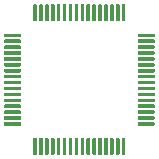
<source format=gbr>
%TF.GenerationSoftware,KiCad,Pcbnew,(5.1.10)-1*%
%TF.CreationDate,2021-12-30T15:20:08-05:00*%
%TF.ProjectId,LPCMangler,4c50434d-616e-4676-9c65-722e6b696361,rev?*%
%TF.SameCoordinates,Original*%
%TF.FileFunction,Paste,Bot*%
%TF.FilePolarity,Positive*%
%FSLAX46Y46*%
G04 Gerber Fmt 4.6, Leading zero omitted, Abs format (unit mm)*
G04 Created by KiCad (PCBNEW (5.1.10)-1) date 2021-12-30 15:20:08*
%MOMM*%
%LPD*%
G01*
G04 APERTURE LIST*
G04 APERTURE END LIST*
%TO.C,U3*%
G36*
G01*
X161900000Y-83910000D02*
X160575000Y-83910000D01*
G75*
G02*
X160500000Y-83835000I0J75000D01*
G01*
X160500000Y-83685000D01*
G75*
G02*
X160575000Y-83610000I75000J0D01*
G01*
X161900000Y-83610000D01*
G75*
G02*
X161975000Y-83685000I0J-75000D01*
G01*
X161975000Y-83835000D01*
G75*
G02*
X161900000Y-83910000I-75000J0D01*
G01*
G37*
G36*
G01*
X161900000Y-83410000D02*
X160575000Y-83410000D01*
G75*
G02*
X160500000Y-83335000I0J75000D01*
G01*
X160500000Y-83185000D01*
G75*
G02*
X160575000Y-83110000I75000J0D01*
G01*
X161900000Y-83110000D01*
G75*
G02*
X161975000Y-83185000I0J-75000D01*
G01*
X161975000Y-83335000D01*
G75*
G02*
X161900000Y-83410000I-75000J0D01*
G01*
G37*
G36*
G01*
X161900000Y-82910000D02*
X160575000Y-82910000D01*
G75*
G02*
X160500000Y-82835000I0J75000D01*
G01*
X160500000Y-82685000D01*
G75*
G02*
X160575000Y-82610000I75000J0D01*
G01*
X161900000Y-82610000D01*
G75*
G02*
X161975000Y-82685000I0J-75000D01*
G01*
X161975000Y-82835000D01*
G75*
G02*
X161900000Y-82910000I-75000J0D01*
G01*
G37*
G36*
G01*
X161900000Y-82410000D02*
X160575000Y-82410000D01*
G75*
G02*
X160500000Y-82335000I0J75000D01*
G01*
X160500000Y-82185000D01*
G75*
G02*
X160575000Y-82110000I75000J0D01*
G01*
X161900000Y-82110000D01*
G75*
G02*
X161975000Y-82185000I0J-75000D01*
G01*
X161975000Y-82335000D01*
G75*
G02*
X161900000Y-82410000I-75000J0D01*
G01*
G37*
G36*
G01*
X161900000Y-81910000D02*
X160575000Y-81910000D01*
G75*
G02*
X160500000Y-81835000I0J75000D01*
G01*
X160500000Y-81685000D01*
G75*
G02*
X160575000Y-81610000I75000J0D01*
G01*
X161900000Y-81610000D01*
G75*
G02*
X161975000Y-81685000I0J-75000D01*
G01*
X161975000Y-81835000D01*
G75*
G02*
X161900000Y-81910000I-75000J0D01*
G01*
G37*
G36*
G01*
X161900000Y-81410000D02*
X160575000Y-81410000D01*
G75*
G02*
X160500000Y-81335000I0J75000D01*
G01*
X160500000Y-81185000D01*
G75*
G02*
X160575000Y-81110000I75000J0D01*
G01*
X161900000Y-81110000D01*
G75*
G02*
X161975000Y-81185000I0J-75000D01*
G01*
X161975000Y-81335000D01*
G75*
G02*
X161900000Y-81410000I-75000J0D01*
G01*
G37*
G36*
G01*
X161900000Y-80910000D02*
X160575000Y-80910000D01*
G75*
G02*
X160500000Y-80835000I0J75000D01*
G01*
X160500000Y-80685000D01*
G75*
G02*
X160575000Y-80610000I75000J0D01*
G01*
X161900000Y-80610000D01*
G75*
G02*
X161975000Y-80685000I0J-75000D01*
G01*
X161975000Y-80835000D01*
G75*
G02*
X161900000Y-80910000I-75000J0D01*
G01*
G37*
G36*
G01*
X161900000Y-80410000D02*
X160575000Y-80410000D01*
G75*
G02*
X160500000Y-80335000I0J75000D01*
G01*
X160500000Y-80185000D01*
G75*
G02*
X160575000Y-80110000I75000J0D01*
G01*
X161900000Y-80110000D01*
G75*
G02*
X161975000Y-80185000I0J-75000D01*
G01*
X161975000Y-80335000D01*
G75*
G02*
X161900000Y-80410000I-75000J0D01*
G01*
G37*
G36*
G01*
X161900000Y-79910000D02*
X160575000Y-79910000D01*
G75*
G02*
X160500000Y-79835000I0J75000D01*
G01*
X160500000Y-79685000D01*
G75*
G02*
X160575000Y-79610000I75000J0D01*
G01*
X161900000Y-79610000D01*
G75*
G02*
X161975000Y-79685000I0J-75000D01*
G01*
X161975000Y-79835000D01*
G75*
G02*
X161900000Y-79910000I-75000J0D01*
G01*
G37*
G36*
G01*
X161900000Y-79410000D02*
X160575000Y-79410000D01*
G75*
G02*
X160500000Y-79335000I0J75000D01*
G01*
X160500000Y-79185000D01*
G75*
G02*
X160575000Y-79110000I75000J0D01*
G01*
X161900000Y-79110000D01*
G75*
G02*
X161975000Y-79185000I0J-75000D01*
G01*
X161975000Y-79335000D01*
G75*
G02*
X161900000Y-79410000I-75000J0D01*
G01*
G37*
G36*
G01*
X161900000Y-78910000D02*
X160575000Y-78910000D01*
G75*
G02*
X160500000Y-78835000I0J75000D01*
G01*
X160500000Y-78685000D01*
G75*
G02*
X160575000Y-78610000I75000J0D01*
G01*
X161900000Y-78610000D01*
G75*
G02*
X161975000Y-78685000I0J-75000D01*
G01*
X161975000Y-78835000D01*
G75*
G02*
X161900000Y-78910000I-75000J0D01*
G01*
G37*
G36*
G01*
X161900000Y-78410000D02*
X160575000Y-78410000D01*
G75*
G02*
X160500000Y-78335000I0J75000D01*
G01*
X160500000Y-78185000D01*
G75*
G02*
X160575000Y-78110000I75000J0D01*
G01*
X161900000Y-78110000D01*
G75*
G02*
X161975000Y-78185000I0J-75000D01*
G01*
X161975000Y-78335000D01*
G75*
G02*
X161900000Y-78410000I-75000J0D01*
G01*
G37*
G36*
G01*
X161900000Y-77910000D02*
X160575000Y-77910000D01*
G75*
G02*
X160500000Y-77835000I0J75000D01*
G01*
X160500000Y-77685000D01*
G75*
G02*
X160575000Y-77610000I75000J0D01*
G01*
X161900000Y-77610000D01*
G75*
G02*
X161975000Y-77685000I0J-75000D01*
G01*
X161975000Y-77835000D01*
G75*
G02*
X161900000Y-77910000I-75000J0D01*
G01*
G37*
G36*
G01*
X161900000Y-77410000D02*
X160575000Y-77410000D01*
G75*
G02*
X160500000Y-77335000I0J75000D01*
G01*
X160500000Y-77185000D01*
G75*
G02*
X160575000Y-77110000I75000J0D01*
G01*
X161900000Y-77110000D01*
G75*
G02*
X161975000Y-77185000I0J-75000D01*
G01*
X161975000Y-77335000D01*
G75*
G02*
X161900000Y-77410000I-75000J0D01*
G01*
G37*
G36*
G01*
X161900000Y-76910000D02*
X160575000Y-76910000D01*
G75*
G02*
X160500000Y-76835000I0J75000D01*
G01*
X160500000Y-76685000D01*
G75*
G02*
X160575000Y-76610000I75000J0D01*
G01*
X161900000Y-76610000D01*
G75*
G02*
X161975000Y-76685000I0J-75000D01*
G01*
X161975000Y-76835000D01*
G75*
G02*
X161900000Y-76910000I-75000J0D01*
G01*
G37*
G36*
G01*
X161900000Y-76410000D02*
X160575000Y-76410000D01*
G75*
G02*
X160500000Y-76335000I0J75000D01*
G01*
X160500000Y-76185000D01*
G75*
G02*
X160575000Y-76110000I75000J0D01*
G01*
X161900000Y-76110000D01*
G75*
G02*
X161975000Y-76185000I0J-75000D01*
G01*
X161975000Y-76335000D01*
G75*
G02*
X161900000Y-76410000I-75000J0D01*
G01*
G37*
G36*
G01*
X159400000Y-75085000D02*
X159250000Y-75085000D01*
G75*
G02*
X159175000Y-75010000I0J75000D01*
G01*
X159175000Y-73685000D01*
G75*
G02*
X159250000Y-73610000I75000J0D01*
G01*
X159400000Y-73610000D01*
G75*
G02*
X159475000Y-73685000I0J-75000D01*
G01*
X159475000Y-75010000D01*
G75*
G02*
X159400000Y-75085000I-75000J0D01*
G01*
G37*
G36*
G01*
X158900000Y-75085000D02*
X158750000Y-75085000D01*
G75*
G02*
X158675000Y-75010000I0J75000D01*
G01*
X158675000Y-73685000D01*
G75*
G02*
X158750000Y-73610000I75000J0D01*
G01*
X158900000Y-73610000D01*
G75*
G02*
X158975000Y-73685000I0J-75000D01*
G01*
X158975000Y-75010000D01*
G75*
G02*
X158900000Y-75085000I-75000J0D01*
G01*
G37*
G36*
G01*
X158400000Y-75085000D02*
X158250000Y-75085000D01*
G75*
G02*
X158175000Y-75010000I0J75000D01*
G01*
X158175000Y-73685000D01*
G75*
G02*
X158250000Y-73610000I75000J0D01*
G01*
X158400000Y-73610000D01*
G75*
G02*
X158475000Y-73685000I0J-75000D01*
G01*
X158475000Y-75010000D01*
G75*
G02*
X158400000Y-75085000I-75000J0D01*
G01*
G37*
G36*
G01*
X157900000Y-75085000D02*
X157750000Y-75085000D01*
G75*
G02*
X157675000Y-75010000I0J75000D01*
G01*
X157675000Y-73685000D01*
G75*
G02*
X157750000Y-73610000I75000J0D01*
G01*
X157900000Y-73610000D01*
G75*
G02*
X157975000Y-73685000I0J-75000D01*
G01*
X157975000Y-75010000D01*
G75*
G02*
X157900000Y-75085000I-75000J0D01*
G01*
G37*
G36*
G01*
X157400000Y-75085000D02*
X157250000Y-75085000D01*
G75*
G02*
X157175000Y-75010000I0J75000D01*
G01*
X157175000Y-73685000D01*
G75*
G02*
X157250000Y-73610000I75000J0D01*
G01*
X157400000Y-73610000D01*
G75*
G02*
X157475000Y-73685000I0J-75000D01*
G01*
X157475000Y-75010000D01*
G75*
G02*
X157400000Y-75085000I-75000J0D01*
G01*
G37*
G36*
G01*
X156900000Y-75085000D02*
X156750000Y-75085000D01*
G75*
G02*
X156675000Y-75010000I0J75000D01*
G01*
X156675000Y-73685000D01*
G75*
G02*
X156750000Y-73610000I75000J0D01*
G01*
X156900000Y-73610000D01*
G75*
G02*
X156975000Y-73685000I0J-75000D01*
G01*
X156975000Y-75010000D01*
G75*
G02*
X156900000Y-75085000I-75000J0D01*
G01*
G37*
G36*
G01*
X156400000Y-75085000D02*
X156250000Y-75085000D01*
G75*
G02*
X156175000Y-75010000I0J75000D01*
G01*
X156175000Y-73685000D01*
G75*
G02*
X156250000Y-73610000I75000J0D01*
G01*
X156400000Y-73610000D01*
G75*
G02*
X156475000Y-73685000I0J-75000D01*
G01*
X156475000Y-75010000D01*
G75*
G02*
X156400000Y-75085000I-75000J0D01*
G01*
G37*
G36*
G01*
X155900000Y-75085000D02*
X155750000Y-75085000D01*
G75*
G02*
X155675000Y-75010000I0J75000D01*
G01*
X155675000Y-73685000D01*
G75*
G02*
X155750000Y-73610000I75000J0D01*
G01*
X155900000Y-73610000D01*
G75*
G02*
X155975000Y-73685000I0J-75000D01*
G01*
X155975000Y-75010000D01*
G75*
G02*
X155900000Y-75085000I-75000J0D01*
G01*
G37*
G36*
G01*
X155400000Y-75085000D02*
X155250000Y-75085000D01*
G75*
G02*
X155175000Y-75010000I0J75000D01*
G01*
X155175000Y-73685000D01*
G75*
G02*
X155250000Y-73610000I75000J0D01*
G01*
X155400000Y-73610000D01*
G75*
G02*
X155475000Y-73685000I0J-75000D01*
G01*
X155475000Y-75010000D01*
G75*
G02*
X155400000Y-75085000I-75000J0D01*
G01*
G37*
G36*
G01*
X154900000Y-75085000D02*
X154750000Y-75085000D01*
G75*
G02*
X154675000Y-75010000I0J75000D01*
G01*
X154675000Y-73685000D01*
G75*
G02*
X154750000Y-73610000I75000J0D01*
G01*
X154900000Y-73610000D01*
G75*
G02*
X154975000Y-73685000I0J-75000D01*
G01*
X154975000Y-75010000D01*
G75*
G02*
X154900000Y-75085000I-75000J0D01*
G01*
G37*
G36*
G01*
X154400000Y-75085000D02*
X154250000Y-75085000D01*
G75*
G02*
X154175000Y-75010000I0J75000D01*
G01*
X154175000Y-73685000D01*
G75*
G02*
X154250000Y-73610000I75000J0D01*
G01*
X154400000Y-73610000D01*
G75*
G02*
X154475000Y-73685000I0J-75000D01*
G01*
X154475000Y-75010000D01*
G75*
G02*
X154400000Y-75085000I-75000J0D01*
G01*
G37*
G36*
G01*
X153900000Y-75085000D02*
X153750000Y-75085000D01*
G75*
G02*
X153675000Y-75010000I0J75000D01*
G01*
X153675000Y-73685000D01*
G75*
G02*
X153750000Y-73610000I75000J0D01*
G01*
X153900000Y-73610000D01*
G75*
G02*
X153975000Y-73685000I0J-75000D01*
G01*
X153975000Y-75010000D01*
G75*
G02*
X153900000Y-75085000I-75000J0D01*
G01*
G37*
G36*
G01*
X153400000Y-75085000D02*
X153250000Y-75085000D01*
G75*
G02*
X153175000Y-75010000I0J75000D01*
G01*
X153175000Y-73685000D01*
G75*
G02*
X153250000Y-73610000I75000J0D01*
G01*
X153400000Y-73610000D01*
G75*
G02*
X153475000Y-73685000I0J-75000D01*
G01*
X153475000Y-75010000D01*
G75*
G02*
X153400000Y-75085000I-75000J0D01*
G01*
G37*
G36*
G01*
X152900000Y-75085000D02*
X152750000Y-75085000D01*
G75*
G02*
X152675000Y-75010000I0J75000D01*
G01*
X152675000Y-73685000D01*
G75*
G02*
X152750000Y-73610000I75000J0D01*
G01*
X152900000Y-73610000D01*
G75*
G02*
X152975000Y-73685000I0J-75000D01*
G01*
X152975000Y-75010000D01*
G75*
G02*
X152900000Y-75085000I-75000J0D01*
G01*
G37*
G36*
G01*
X152400000Y-75085000D02*
X152250000Y-75085000D01*
G75*
G02*
X152175000Y-75010000I0J75000D01*
G01*
X152175000Y-73685000D01*
G75*
G02*
X152250000Y-73610000I75000J0D01*
G01*
X152400000Y-73610000D01*
G75*
G02*
X152475000Y-73685000I0J-75000D01*
G01*
X152475000Y-75010000D01*
G75*
G02*
X152400000Y-75085000I-75000J0D01*
G01*
G37*
G36*
G01*
X151900000Y-75085000D02*
X151750000Y-75085000D01*
G75*
G02*
X151675000Y-75010000I0J75000D01*
G01*
X151675000Y-73685000D01*
G75*
G02*
X151750000Y-73610000I75000J0D01*
G01*
X151900000Y-73610000D01*
G75*
G02*
X151975000Y-73685000I0J-75000D01*
G01*
X151975000Y-75010000D01*
G75*
G02*
X151900000Y-75085000I-75000J0D01*
G01*
G37*
G36*
G01*
X150575000Y-76410000D02*
X149250000Y-76410000D01*
G75*
G02*
X149175000Y-76335000I0J75000D01*
G01*
X149175000Y-76185000D01*
G75*
G02*
X149250000Y-76110000I75000J0D01*
G01*
X150575000Y-76110000D01*
G75*
G02*
X150650000Y-76185000I0J-75000D01*
G01*
X150650000Y-76335000D01*
G75*
G02*
X150575000Y-76410000I-75000J0D01*
G01*
G37*
G36*
G01*
X150575000Y-76910000D02*
X149250000Y-76910000D01*
G75*
G02*
X149175000Y-76835000I0J75000D01*
G01*
X149175000Y-76685000D01*
G75*
G02*
X149250000Y-76610000I75000J0D01*
G01*
X150575000Y-76610000D01*
G75*
G02*
X150650000Y-76685000I0J-75000D01*
G01*
X150650000Y-76835000D01*
G75*
G02*
X150575000Y-76910000I-75000J0D01*
G01*
G37*
G36*
G01*
X150575000Y-77410000D02*
X149250000Y-77410000D01*
G75*
G02*
X149175000Y-77335000I0J75000D01*
G01*
X149175000Y-77185000D01*
G75*
G02*
X149250000Y-77110000I75000J0D01*
G01*
X150575000Y-77110000D01*
G75*
G02*
X150650000Y-77185000I0J-75000D01*
G01*
X150650000Y-77335000D01*
G75*
G02*
X150575000Y-77410000I-75000J0D01*
G01*
G37*
G36*
G01*
X150575000Y-77910000D02*
X149250000Y-77910000D01*
G75*
G02*
X149175000Y-77835000I0J75000D01*
G01*
X149175000Y-77685000D01*
G75*
G02*
X149250000Y-77610000I75000J0D01*
G01*
X150575000Y-77610000D01*
G75*
G02*
X150650000Y-77685000I0J-75000D01*
G01*
X150650000Y-77835000D01*
G75*
G02*
X150575000Y-77910000I-75000J0D01*
G01*
G37*
G36*
G01*
X150575000Y-78410000D02*
X149250000Y-78410000D01*
G75*
G02*
X149175000Y-78335000I0J75000D01*
G01*
X149175000Y-78185000D01*
G75*
G02*
X149250000Y-78110000I75000J0D01*
G01*
X150575000Y-78110000D01*
G75*
G02*
X150650000Y-78185000I0J-75000D01*
G01*
X150650000Y-78335000D01*
G75*
G02*
X150575000Y-78410000I-75000J0D01*
G01*
G37*
G36*
G01*
X150575000Y-78910000D02*
X149250000Y-78910000D01*
G75*
G02*
X149175000Y-78835000I0J75000D01*
G01*
X149175000Y-78685000D01*
G75*
G02*
X149250000Y-78610000I75000J0D01*
G01*
X150575000Y-78610000D01*
G75*
G02*
X150650000Y-78685000I0J-75000D01*
G01*
X150650000Y-78835000D01*
G75*
G02*
X150575000Y-78910000I-75000J0D01*
G01*
G37*
G36*
G01*
X150575000Y-79410000D02*
X149250000Y-79410000D01*
G75*
G02*
X149175000Y-79335000I0J75000D01*
G01*
X149175000Y-79185000D01*
G75*
G02*
X149250000Y-79110000I75000J0D01*
G01*
X150575000Y-79110000D01*
G75*
G02*
X150650000Y-79185000I0J-75000D01*
G01*
X150650000Y-79335000D01*
G75*
G02*
X150575000Y-79410000I-75000J0D01*
G01*
G37*
G36*
G01*
X150575000Y-79910000D02*
X149250000Y-79910000D01*
G75*
G02*
X149175000Y-79835000I0J75000D01*
G01*
X149175000Y-79685000D01*
G75*
G02*
X149250000Y-79610000I75000J0D01*
G01*
X150575000Y-79610000D01*
G75*
G02*
X150650000Y-79685000I0J-75000D01*
G01*
X150650000Y-79835000D01*
G75*
G02*
X150575000Y-79910000I-75000J0D01*
G01*
G37*
G36*
G01*
X150575000Y-80410000D02*
X149250000Y-80410000D01*
G75*
G02*
X149175000Y-80335000I0J75000D01*
G01*
X149175000Y-80185000D01*
G75*
G02*
X149250000Y-80110000I75000J0D01*
G01*
X150575000Y-80110000D01*
G75*
G02*
X150650000Y-80185000I0J-75000D01*
G01*
X150650000Y-80335000D01*
G75*
G02*
X150575000Y-80410000I-75000J0D01*
G01*
G37*
G36*
G01*
X150575000Y-80910000D02*
X149250000Y-80910000D01*
G75*
G02*
X149175000Y-80835000I0J75000D01*
G01*
X149175000Y-80685000D01*
G75*
G02*
X149250000Y-80610000I75000J0D01*
G01*
X150575000Y-80610000D01*
G75*
G02*
X150650000Y-80685000I0J-75000D01*
G01*
X150650000Y-80835000D01*
G75*
G02*
X150575000Y-80910000I-75000J0D01*
G01*
G37*
G36*
G01*
X150575000Y-81410000D02*
X149250000Y-81410000D01*
G75*
G02*
X149175000Y-81335000I0J75000D01*
G01*
X149175000Y-81185000D01*
G75*
G02*
X149250000Y-81110000I75000J0D01*
G01*
X150575000Y-81110000D01*
G75*
G02*
X150650000Y-81185000I0J-75000D01*
G01*
X150650000Y-81335000D01*
G75*
G02*
X150575000Y-81410000I-75000J0D01*
G01*
G37*
G36*
G01*
X150575000Y-81910000D02*
X149250000Y-81910000D01*
G75*
G02*
X149175000Y-81835000I0J75000D01*
G01*
X149175000Y-81685000D01*
G75*
G02*
X149250000Y-81610000I75000J0D01*
G01*
X150575000Y-81610000D01*
G75*
G02*
X150650000Y-81685000I0J-75000D01*
G01*
X150650000Y-81835000D01*
G75*
G02*
X150575000Y-81910000I-75000J0D01*
G01*
G37*
G36*
G01*
X150575000Y-82410000D02*
X149250000Y-82410000D01*
G75*
G02*
X149175000Y-82335000I0J75000D01*
G01*
X149175000Y-82185000D01*
G75*
G02*
X149250000Y-82110000I75000J0D01*
G01*
X150575000Y-82110000D01*
G75*
G02*
X150650000Y-82185000I0J-75000D01*
G01*
X150650000Y-82335000D01*
G75*
G02*
X150575000Y-82410000I-75000J0D01*
G01*
G37*
G36*
G01*
X150575000Y-82910000D02*
X149250000Y-82910000D01*
G75*
G02*
X149175000Y-82835000I0J75000D01*
G01*
X149175000Y-82685000D01*
G75*
G02*
X149250000Y-82610000I75000J0D01*
G01*
X150575000Y-82610000D01*
G75*
G02*
X150650000Y-82685000I0J-75000D01*
G01*
X150650000Y-82835000D01*
G75*
G02*
X150575000Y-82910000I-75000J0D01*
G01*
G37*
G36*
G01*
X150575000Y-83410000D02*
X149250000Y-83410000D01*
G75*
G02*
X149175000Y-83335000I0J75000D01*
G01*
X149175000Y-83185000D01*
G75*
G02*
X149250000Y-83110000I75000J0D01*
G01*
X150575000Y-83110000D01*
G75*
G02*
X150650000Y-83185000I0J-75000D01*
G01*
X150650000Y-83335000D01*
G75*
G02*
X150575000Y-83410000I-75000J0D01*
G01*
G37*
G36*
G01*
X150575000Y-83910000D02*
X149250000Y-83910000D01*
G75*
G02*
X149175000Y-83835000I0J75000D01*
G01*
X149175000Y-83685000D01*
G75*
G02*
X149250000Y-83610000I75000J0D01*
G01*
X150575000Y-83610000D01*
G75*
G02*
X150650000Y-83685000I0J-75000D01*
G01*
X150650000Y-83835000D01*
G75*
G02*
X150575000Y-83910000I-75000J0D01*
G01*
G37*
G36*
G01*
X151900000Y-86410000D02*
X151750000Y-86410000D01*
G75*
G02*
X151675000Y-86335000I0J75000D01*
G01*
X151675000Y-85010000D01*
G75*
G02*
X151750000Y-84935000I75000J0D01*
G01*
X151900000Y-84935000D01*
G75*
G02*
X151975000Y-85010000I0J-75000D01*
G01*
X151975000Y-86335000D01*
G75*
G02*
X151900000Y-86410000I-75000J0D01*
G01*
G37*
G36*
G01*
X152400000Y-86410000D02*
X152250000Y-86410000D01*
G75*
G02*
X152175000Y-86335000I0J75000D01*
G01*
X152175000Y-85010000D01*
G75*
G02*
X152250000Y-84935000I75000J0D01*
G01*
X152400000Y-84935000D01*
G75*
G02*
X152475000Y-85010000I0J-75000D01*
G01*
X152475000Y-86335000D01*
G75*
G02*
X152400000Y-86410000I-75000J0D01*
G01*
G37*
G36*
G01*
X152900000Y-86410000D02*
X152750000Y-86410000D01*
G75*
G02*
X152675000Y-86335000I0J75000D01*
G01*
X152675000Y-85010000D01*
G75*
G02*
X152750000Y-84935000I75000J0D01*
G01*
X152900000Y-84935000D01*
G75*
G02*
X152975000Y-85010000I0J-75000D01*
G01*
X152975000Y-86335000D01*
G75*
G02*
X152900000Y-86410000I-75000J0D01*
G01*
G37*
G36*
G01*
X153400000Y-86410000D02*
X153250000Y-86410000D01*
G75*
G02*
X153175000Y-86335000I0J75000D01*
G01*
X153175000Y-85010000D01*
G75*
G02*
X153250000Y-84935000I75000J0D01*
G01*
X153400000Y-84935000D01*
G75*
G02*
X153475000Y-85010000I0J-75000D01*
G01*
X153475000Y-86335000D01*
G75*
G02*
X153400000Y-86410000I-75000J0D01*
G01*
G37*
G36*
G01*
X153900000Y-86410000D02*
X153750000Y-86410000D01*
G75*
G02*
X153675000Y-86335000I0J75000D01*
G01*
X153675000Y-85010000D01*
G75*
G02*
X153750000Y-84935000I75000J0D01*
G01*
X153900000Y-84935000D01*
G75*
G02*
X153975000Y-85010000I0J-75000D01*
G01*
X153975000Y-86335000D01*
G75*
G02*
X153900000Y-86410000I-75000J0D01*
G01*
G37*
G36*
G01*
X154400000Y-86410000D02*
X154250000Y-86410000D01*
G75*
G02*
X154175000Y-86335000I0J75000D01*
G01*
X154175000Y-85010000D01*
G75*
G02*
X154250000Y-84935000I75000J0D01*
G01*
X154400000Y-84935000D01*
G75*
G02*
X154475000Y-85010000I0J-75000D01*
G01*
X154475000Y-86335000D01*
G75*
G02*
X154400000Y-86410000I-75000J0D01*
G01*
G37*
G36*
G01*
X154900000Y-86410000D02*
X154750000Y-86410000D01*
G75*
G02*
X154675000Y-86335000I0J75000D01*
G01*
X154675000Y-85010000D01*
G75*
G02*
X154750000Y-84935000I75000J0D01*
G01*
X154900000Y-84935000D01*
G75*
G02*
X154975000Y-85010000I0J-75000D01*
G01*
X154975000Y-86335000D01*
G75*
G02*
X154900000Y-86410000I-75000J0D01*
G01*
G37*
G36*
G01*
X155400000Y-86410000D02*
X155250000Y-86410000D01*
G75*
G02*
X155175000Y-86335000I0J75000D01*
G01*
X155175000Y-85010000D01*
G75*
G02*
X155250000Y-84935000I75000J0D01*
G01*
X155400000Y-84935000D01*
G75*
G02*
X155475000Y-85010000I0J-75000D01*
G01*
X155475000Y-86335000D01*
G75*
G02*
X155400000Y-86410000I-75000J0D01*
G01*
G37*
G36*
G01*
X155900000Y-86410000D02*
X155750000Y-86410000D01*
G75*
G02*
X155675000Y-86335000I0J75000D01*
G01*
X155675000Y-85010000D01*
G75*
G02*
X155750000Y-84935000I75000J0D01*
G01*
X155900000Y-84935000D01*
G75*
G02*
X155975000Y-85010000I0J-75000D01*
G01*
X155975000Y-86335000D01*
G75*
G02*
X155900000Y-86410000I-75000J0D01*
G01*
G37*
G36*
G01*
X156400000Y-86410000D02*
X156250000Y-86410000D01*
G75*
G02*
X156175000Y-86335000I0J75000D01*
G01*
X156175000Y-85010000D01*
G75*
G02*
X156250000Y-84935000I75000J0D01*
G01*
X156400000Y-84935000D01*
G75*
G02*
X156475000Y-85010000I0J-75000D01*
G01*
X156475000Y-86335000D01*
G75*
G02*
X156400000Y-86410000I-75000J0D01*
G01*
G37*
G36*
G01*
X156900000Y-86410000D02*
X156750000Y-86410000D01*
G75*
G02*
X156675000Y-86335000I0J75000D01*
G01*
X156675000Y-85010000D01*
G75*
G02*
X156750000Y-84935000I75000J0D01*
G01*
X156900000Y-84935000D01*
G75*
G02*
X156975000Y-85010000I0J-75000D01*
G01*
X156975000Y-86335000D01*
G75*
G02*
X156900000Y-86410000I-75000J0D01*
G01*
G37*
G36*
G01*
X157400000Y-86410000D02*
X157250000Y-86410000D01*
G75*
G02*
X157175000Y-86335000I0J75000D01*
G01*
X157175000Y-85010000D01*
G75*
G02*
X157250000Y-84935000I75000J0D01*
G01*
X157400000Y-84935000D01*
G75*
G02*
X157475000Y-85010000I0J-75000D01*
G01*
X157475000Y-86335000D01*
G75*
G02*
X157400000Y-86410000I-75000J0D01*
G01*
G37*
G36*
G01*
X157900000Y-86410000D02*
X157750000Y-86410000D01*
G75*
G02*
X157675000Y-86335000I0J75000D01*
G01*
X157675000Y-85010000D01*
G75*
G02*
X157750000Y-84935000I75000J0D01*
G01*
X157900000Y-84935000D01*
G75*
G02*
X157975000Y-85010000I0J-75000D01*
G01*
X157975000Y-86335000D01*
G75*
G02*
X157900000Y-86410000I-75000J0D01*
G01*
G37*
G36*
G01*
X158400000Y-86410000D02*
X158250000Y-86410000D01*
G75*
G02*
X158175000Y-86335000I0J75000D01*
G01*
X158175000Y-85010000D01*
G75*
G02*
X158250000Y-84935000I75000J0D01*
G01*
X158400000Y-84935000D01*
G75*
G02*
X158475000Y-85010000I0J-75000D01*
G01*
X158475000Y-86335000D01*
G75*
G02*
X158400000Y-86410000I-75000J0D01*
G01*
G37*
G36*
G01*
X158900000Y-86410000D02*
X158750000Y-86410000D01*
G75*
G02*
X158675000Y-86335000I0J75000D01*
G01*
X158675000Y-85010000D01*
G75*
G02*
X158750000Y-84935000I75000J0D01*
G01*
X158900000Y-84935000D01*
G75*
G02*
X158975000Y-85010000I0J-75000D01*
G01*
X158975000Y-86335000D01*
G75*
G02*
X158900000Y-86410000I-75000J0D01*
G01*
G37*
G36*
G01*
X159400000Y-86410000D02*
X159250000Y-86410000D01*
G75*
G02*
X159175000Y-86335000I0J75000D01*
G01*
X159175000Y-85010000D01*
G75*
G02*
X159250000Y-84935000I75000J0D01*
G01*
X159400000Y-84935000D01*
G75*
G02*
X159475000Y-85010000I0J-75000D01*
G01*
X159475000Y-86335000D01*
G75*
G02*
X159400000Y-86410000I-75000J0D01*
G01*
G37*
%TD*%
M02*

</source>
